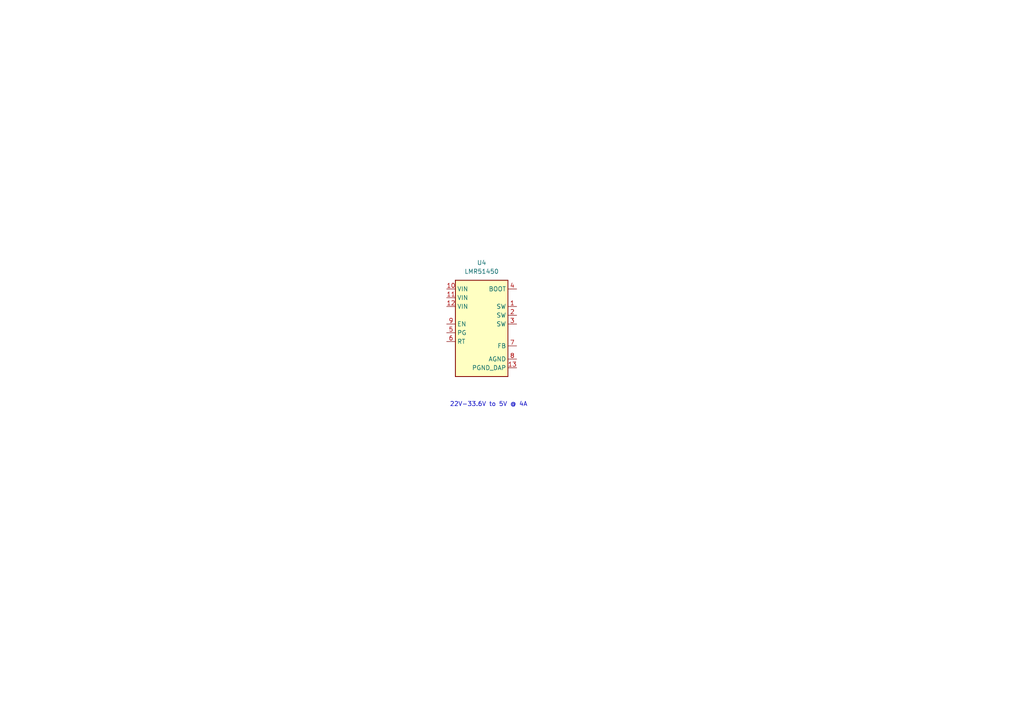
<source format=kicad_sch>
(kicad_sch (version 20250114) (generator "eeschema") (generator_version "9.0")
  (paper "A4")
  (lib_symbols
    (symbol "Regulator_Switching:LMR51450"
      (property "Reference" "U" (at 0 0 0))
      (property "Value" "LMR51450" (at -0.508 -7.874 0))
      (symbol "LMR51450_0_1"
        (rectangle (start -7.62 22.86) (end 7.62 -5.08) (stroke (width 0.254)) (fill (type background)))
      )
      (symbol "LMR51450_1_1"
        (pin power_in line (at -10.16 20.32 0) (length 2.54) (name "VIN") (number "10"))
        (pin power_in line (at -10.16 17.78 0) (length 2.54) (name "VIN") (number "11"))
        (pin power_in line (at -10.16 15.24 0) (length 2.54) (name "VIN") (number "12"))
        (pin input line (at -10.16 10.16 0) (length 2.54) (name "EN") (number "9"))
        (pin input line (at -10.16 7.62 0) (length 2.54) (name "PG") (number "5"))
        (pin input line (at -10.16 5.08 0) (length 2.54) (name "RT") (number "6"))
        (pin input line (at 10.16 20.32 180) (length 2.54) (name "BOOT") (number "4"))
        (pin input line (at 10.16 15.24 180) (length 2.54) (name "SW") (number "1"))
        (pin input line (at 10.16 12.7 180) (length 2.54) (name "SW") (number "2"))
        (pin input line (at 10.16 10.16 180) (length 2.54) (name "SW") (number "3"))
        (pin input line (at 10.16 3.81 180) (length 2.54) (name "FB") (number "7"))
        (pin power_out line (at 10.16 0 180) (length 2.54) (name "AGND") (number "8"))
        (pin power_in line (at 10.16 -2.54 180) (length 2.54) (name "PGND_DAP") (number "13"))
      )
    )
  )
  (text "22V-33.6V to 5V @ 4A" (at 141.732 117.348 0) (effects (font (size 1.27 1.27))))
  (symbol (lib_id "Regulator_Switching:LMR51450") (at 139.7 104.14 0) (unit 1)
    (property "Reference" "U4" (at 139.7 76.2 0))
    (property "Value" "LMR51450" (at 139.7 78.74 0))
    (property "Footprint" "Package_SON:WSON-12-1EP_3x3mm_P0.5mm_EP1.5x2.5mm" (effects (hide yes)))
  )
)
</source>
